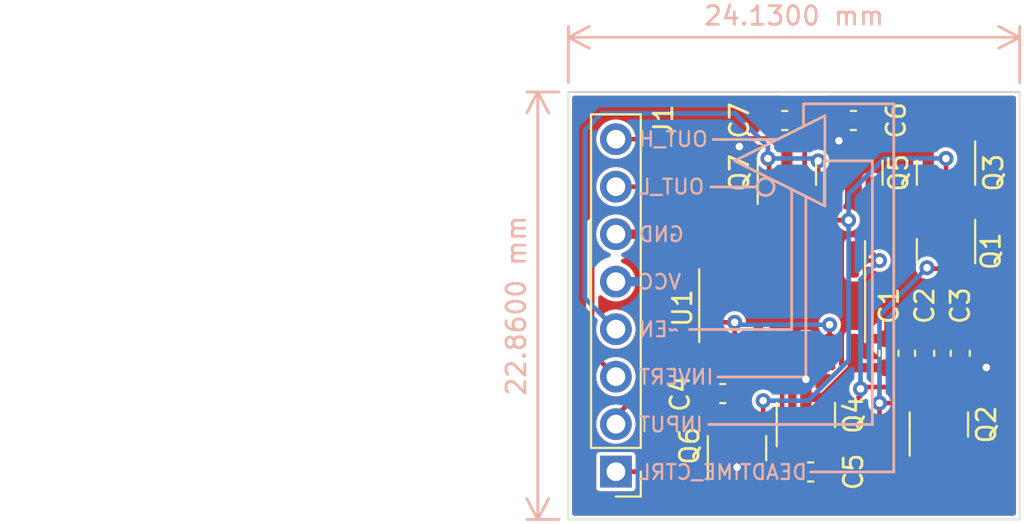
<source format=kicad_pcb>
(kicad_pcb (version 20211014) (generator pcbnew)
  (layers (0 "F.Cu" signal) (31 "B.Cu" signal) (34 "B.Paste" user) (35 "F.Paste" user) (36 "B.SilkS" user "B.Silkscreen") (37 "F.SilkS" user "F.Silkscreen") (38 "B.Mask" user) (39 "F.Mask" user) (44 "Edge.Cuts" user))
  (net 0 "")
  (net 1 "VCC")
  (net 2 "GND")
  (net 3 "/DEAD_TIME_CTRL")
  (net 4 "/INPUT")
  (net 5 "/INVERT_OUTPUT")
  (net 6 "/~{ENABLE}")
  (net 7 "/OUT_H")
  (net 8 "/OUT_L")
  (net 9 "Net-(C7-Pad2)")
  (net 10 "Net-(Q4-Pad1)")
  (net 11 "Net-(C5-Pad2)")
  (net 12 "Net-(U1-Pad8)")
  (footprint "Connector_PinHeader_2.54mm:PinHeader_1x08_P2.54mm_Vertical" (layer "F.Cu") (at 114.681 86.726 180)
    (fp_text reference "J1" (at -2.54 18.781 90) (layer "F.SilkS"))
    (fp_text value "Conn_01x08_Male")
    (fp_line (start -1.33 -1.33) (end 0 -1.33) (layer "F.SilkS") (width 0.12))
    (fp_line (start 1.33 1.27) (end 1.33 19.11) (layer "F.SilkS") (width 0.12))
    (fp_line (start -1.33 0) (end -1.33 -1.33) (layer "F.SilkS") (width 0.12))
    (fp_line (start -1.33 1.27) (end 1.33 1.27) (layer "F.SilkS") (width 0.12))
    (fp_line (start -1.33 1.27) (end -1.33 19.11) (layer "F.SilkS") (width 0.12))
    (fp_line (start -1.33 19.11) (end 1.33 19.11) (layer "F.SilkS") (width 0.12))
    (pad "1" thru_hole rect (at 0 0 180) (size 1.7 1.7) (drill 1) (layers *.Cu *.Mask) (net 3 "/DEAD_TIME_CTRL"))
    (pad "2" thru_hole oval (at 0 2.54 180) (size 1.7 1.7) (drill 1) (layers *.Cu *.Mask) (net 4 "/INPUT"))
    (pad "3" thru_hole oval (at 0 5.08 180) (size 1.7 1.7) (drill 1) (layers *.Cu *.Mask) (net 5 "/INVERT_OUTPUT"))
    (pad "4" thru_hole oval (at 0 7.62 180) (size 1.7 1.7) (drill 1) (layers *.Cu *.Mask) (net 6 "/~{ENABLE}"))
    (pad "5" thru_hole oval (at 0 10.16 180) (size 1.7 1.7) (drill 1) (layers *.Cu *.Mask) (net 1 "VCC"))
    (pad "6" thru_hole oval (at 0 12.7 180) (size 1.7 1.7) (drill 1) (layers *.Cu *.Mask) (net 2 "GND"))
    (pad "7" thru_hole oval (at 0 15.24 180) (size 1.7 1.7) (drill 1) (layers *.Cu *.Mask) (net 8 "/OUT_L"))
    (pad "8" thru_hole oval (at 0 17.78 180) (size 1.7 1.7) (drill 1) (layers *.Cu *.Mask) (net 7 "/OUT_H"))
  )
  (footprint "Capacitor_SMD:C_0603_1608Metric" (layer "F.Cu") (at 123.711 67.945)
    (fp_text reference "C7" (at -2.426 0 90) (layer "F.SilkS"))
    (fp_text value "100p")
    (fp_line (start -0.14058 -0.51) (end 0.14058 -0.51) (layer "F.SilkS") (width 0.12))
    (fp_line (start -0.14058 0.51) (end 0.14058 0.51) (layer "F.SilkS") (width 0.12))
    (pad "1" smd roundrect (at -0.775 0) (size 0.9 0.95) (layers "F.Cu" "F.Paste" "F.Mask") (net 1 "VCC"))
    (pad "2" smd roundrect (at 0.775 0) (size 0.9 0.95) (layers "F.Cu" "F.Paste" "F.Mask") (net 9 "Net-(C7-Pad2)"))
  )
  (footprint "Package_TO_SOT_SMD:SOT-23" (layer "F.Cu") (at 131.953 84.201 90)
    (fp_text reference "Q2" (at 0 2.54 90) (layer "F.SilkS"))
    (fp_text value "MMBT3904")
    (fp_line (start 0 1.56) (end -0.65 1.56) (layer "F.SilkS") (width 0.12))
    (fp_line (start 0 -1.56) (end 0.65 -1.56) (layer "F.SilkS") (width 0.12))
    (fp_line (start 0 -1.56) (end -1.675 -1.56) (layer "F.SilkS") (width 0.12))
    (fp_line (start 0 1.56) (end 0.65 1.56) (layer "F.SilkS") (width 0.12))
    (pad "1" smd roundrect (at -0.9375 -0.95 90) (size 1.475 0.6) (layers "F.Cu" "F.Paste" "F.Mask") (net 3 "/DEAD_TIME_CTRL"))
    (pad "2" smd roundrect (at -0.9375 0.95 90) (size 1.475 0.6) (layers "F.Cu" "F.Paste" "F.Mask") (net 2 "GND"))
    (pad "3" smd roundrect (at 0.9375 0 90) (size 1.475 0.6) (layers "F.Cu" "F.Paste" "F.Mask") (net 11 "Net-(C5-Pad2)"))
  )
  (footprint "Package_TO_SOT_SMD:SOT-23" (layer "F.Cu") (at 124.841 83.693 90)
    (fp_text reference "Q4" (at 0 2.54 90) (layer "F.SilkS"))
    (fp_text value "MMBT3904")
    (fp_line (start 0 -1.56) (end 0.65 -1.56) (layer "F.SilkS") (width 0.12))
    (fp_line (start 0 1.56) (end 0.65 1.56) (layer "F.SilkS") (width 0.12))
    (fp_line (start 0 1.56) (end -0.65 1.56) (layer "F.SilkS") (width 0.12))
    (fp_line (start 0 -1.56) (end -1.675 -1.56) (layer "F.SilkS") (width 0.12))
    (pad "1" smd roundrect (at -0.9375 -0.95 90) (size 1.475 0.6) (layers "F.Cu" "F.Paste" "F.Mask") (net 10 "Net-(Q4-Pad1)"))
    (pad "2" smd roundrect (at -0.9375 0.95 90) (size 1.475 0.6) (layers "F.Cu" "F.Paste" "F.Mask") (net 11 "Net-(C5-Pad2)"))
    (pad "3" smd roundrect (at 0.9375 0 90) (size 1.475 0.6) (layers "F.Cu" "F.Paste" "F.Mask") (net 1 "VCC"))
  )
  (footprint "Capacitor_SMD:C_0603_1608Metric" (layer "F.Cu") (at 129.286 80.391 90)
    (fp_text reference "C1" (at 2.54 0 90) (layer "F.SilkS"))
    (fp_text value "1n")
    (fp_line (start -0.14058 -0.51) (end 0.14058 -0.51) (layer "F.SilkS") (width 0.12))
    (fp_line (start -0.14058 0.51) (end 0.14058 0.51) (layer "F.SilkS") (width 0.12))
    (pad "1" smd roundrect (at -0.775 0 90) (size 0.9 0.95) (layers "F.Cu" "F.Paste" "F.Mask") (net 1 "VCC"))
    (pad "2" smd roundrect (at 0.775 0 90) (size 0.9 0.95) (layers "F.Cu" "F.Paste" "F.Mask") (net 2 "GND"))
  )
  (footprint "Package_TO_SOT_SMD:SOT-23" (layer "F.Cu") (at 127.381 70.739 90)
    (fp_text reference "Q5" (at 0 2.413 90) (layer "F.SilkS"))
    (fp_text value "MMBT3904")
    (fp_line (start 0 -1.56) (end -1.675 -1.56) (layer "F.SilkS") (width 0.12))
    (fp_line (start 0 1.56) (end -0.65 1.56) (layer "F.SilkS") (width 0.12))
    (fp_line (start 0 1.56) (end 0.65 1.56) (layer "F.SilkS") (width 0.12))
    (fp_line (start 0 -1.56) (end 0.65 -1.56) (layer "F.SilkS") (width 0.12))
    (pad "1" smd roundrect (at -0.9375 -0.95 90) (size 1.475 0.6) (layers "F.Cu" "F.Paste" "F.Mask") (net 6 "/~{ENABLE}"))
    (pad "2" smd roundrect (at -0.9375 0.95 90) (size 1.475 0.6) (layers "F.Cu" "F.Paste" "F.Mask") (net 11 "Net-(C5-Pad2)"))
    (pad "3" smd roundrect (at 0.9375 0 90) (size 1.475 0.6) (layers "F.Cu" "F.Paste" "F.Mask") (net 1 "VCC"))
  )
  (footprint "Package_TO_SOT_SMD:SOT-23" (layer "F.Cu") (at 121.158 85.471 90)
    (fp_text reference "Q6" (at 0.127 -2.54 90) (layer "F.SilkS"))
    (fp_text value "MMBT3904")
    (fp_line (start 0 -1.56) (end 0.65 -1.56) (layer "F.SilkS") (width 0.12))
    (fp_line (start 0 -1.56) (end -1.675 -1.56) (layer "F.SilkS") (width 0.12))
    (fp_line (start 0 1.56) (end -0.65 1.56) (layer "F.SilkS") (width 0.12))
    (fp_line (start 0 1.56) (end 0.65 1.56) (layer "F.SilkS") (width 0.12))
    (pad "1" smd roundrect (at -0.9375 -0.95 90) (size 1.475 0.6) (layers "F.Cu" "F.Paste" "F.Mask") (net 12 "Net-(U1-Pad8)"))
    (pad "2" smd roundrect (at -0.9375 0.95 90) (size 1.475 0.6) (layers "F.Cu" "F.Paste" "F.Mask") (net 9 "Net-(C7-Pad2)"))
    (pad "3" smd roundrect (at 0.9375 0 90) (size 1.475 0.6) (layers "F.Cu" "F.Paste" "F.Mask") (net 1 "VCC"))
  )
  (footprint "Capacitor_SMD:C_0603_1608Metric" (layer "F.Cu") (at 131.191 80.391 90)
    (fp_text reference "C2" (at 2.54 0 90) (layer "F.SilkS"))
    (fp_text value "10n")
    (fp_line (start -0.14058 0.51) (end 0.14058 0.51) (layer "F.SilkS") (width 0.12))
    (fp_line (start -0.14058 -0.51) (end 0.14058 -0.51) (layer "F.SilkS") (width 0.12))
    (pad "1" smd roundrect (at -0.775 0 90) (size 0.9 0.95) (layers "F.Cu" "F.Paste" "F.Mask") (net 1 "VCC"))
    (pad "2" smd roundrect (at 0.775 0 90) (size 0.9 0.95) (layers "F.Cu" "F.Paste" "F.Mask") (net 2 "GND"))
  )
  (footprint "Package_TO_SOT_SMD:SOT-23" (layer "F.Cu") (at 123.825 70.739 90)
    (fp_text reference "Q7" (at 0 -2.54 90) (layer "F.SilkS"))
    (fp_text value "MMBT3904")
    (fp_line (start 0 1.56) (end 0.65 1.56) (layer "F.SilkS") (width 0.12))
    (fp_line (start 0 1.56) (end -0.65 1.56) (layer "F.SilkS") (width 0.12))
    (fp_line (start 0 -1.56) (end -1.675 -1.56) (layer "F.SilkS") (width 0.12))
    (fp_line (start 0 -1.56) (end 0.65 -1.56) (layer "F.SilkS") (width 0.12))
    (pad "1" smd roundrect (at -0.9375 -0.95 90) (size 1.475 0.6) (layers "F.Cu" "F.Paste" "F.Mask") (net 6 "/~{ENABLE}"))
    (pad "2" smd roundrect (at -0.9375 0.95 90) (size 1.475 0.6) (layers "F.Cu" "F.Paste" "F.Mask") (net 9 "Net-(C7-Pad2)"))
    (pad "3" smd roundrect (at 0.9375 0 90) (size 1.475 0.6) (layers "F.Cu" "F.Paste" "F.Mask") (net 1 "VCC"))
  )
  (footprint "Capacitor_SMD:C_0603_1608Metric" (layer "F.Cu") (at 127.381 67.945)
    (fp_text reference "C6" (at 2.286 0 90) (layer "F.SilkS"))
    (fp_text value "10n")
    (fp_line (start -0.14058 -0.51) (end 0.14058 -0.51) (layer "F.SilkS") (width 0.12))
    (fp_line (start -0.14058 0.51) (end 0.14058 0.51) (layer "F.SilkS") (width 0.12))
    (pad "1" smd roundrect (at -0.775 0) (size 0.9 0.95) (layers "F.Cu" "F.Paste" "F.Mask") (net 1 "VCC"))
    (pad "2" smd roundrect (at 0.775 0) (size 0.9 0.95) (layers "F.Cu" "F.Paste" "F.Mask") (net 2 "GND"))
  )
  (footprint "Capacitor_SMD:C_0603_1608Metric" (layer "F.Cu") (at 120.396 82.55)
    (fp_text reference "C4" (at -2.286 0 90) (layer "F.SilkS"))
    (fp_text value "10n")
    (fp_line (start -0.14058 -0.51) (end 0.14058 -0.51) (layer "F.SilkS") (width 0.12))
    (fp_line (start -0.14058 0.51) (end 0.14058 0.51) (layer "F.SilkS") (width 0.12))
    (pad "1" smd roundrect (at -0.775 0) (size 0.9 0.95) (layers "F.Cu" "F.Paste" "F.Mask") (net 1 "VCC"))
    (pad "2" smd roundrect (at 0.775 0) (size 0.9 0.95) (layers "F.Cu" "F.Paste" "F.Mask") (net 2 "GND"))
  )
  (footprint "Package_TO_SOT_SMD:SOT-23" (layer "F.Cu") (at 132.334 74.93 -90)
    (fp_text reference "Q1" (at 0 -2.4 90) (layer "F.SilkS"))
    (fp_text value "MMBT3904")
    (fp_line (start 0 -1.56) (end 0.65 -1.56) (layer "F.SilkS") (width 0.12))
    (fp_line (start 0 1.56) (end -0.65 1.56) (layer "F.SilkS") (width 0.12))
    (fp_line (start 0 -1.56) (end -1.675 -1.56) (layer "F.SilkS") (width 0.12))
    (fp_line (start 0 1.56) (end 0.65 1.56) (layer "F.SilkS") (width 0.12))
    (pad "1" smd roundrect (at -0.9375 -0.95 270) (size 1.475 0.6) (layers "F.Cu" "F.Paste" "F.Mask") (net 3 "/DEAD_TIME_CTRL"))
    (pad "2" smd roundrect (at -0.9375 0.95 270) (size 1.475 0.6) (layers "F.Cu" "F.Paste" "F.Mask") (net 2 "GND"))
    (pad "3" smd roundrect (at 0.9375 0 270) (size 1.475 0.6) (layers "F.Cu" "F.Paste" "F.Mask") (net 3 "/DEAD_TIME_CTRL"))
  )
  (footprint "Package_SO:SOIC-14_3.9x8.7mm_P1.27mm" (layer "F.Cu") (at 123.571 77.851 -90)
    (fp_text reference "U1" (at 0.127 5.334 90) (layer "F.SilkS"))
    (fp_text value "74HC86")
    (fp_line (start 0 4.435) (end -1.95 4.435) (layer "F.SilkS") (width 0.12))
    (fp_line (start 0 -4.435) (end 1.95 -4.435) (layer "F.SilkS") (width 0.12))
    (fp_line (start 0 -4.435) (end -3.45 -4.435) (layer "F.SilkS") (width 0.12))
    (fp_line (start 0 4.435) (end 1.95 4.435) (layer "F.SilkS") (width 0.12))
    (pad "1" smd roundrect (at -2.475 -3.81 270) (size 1.95 0.6) (layers "F.Cu" "F.Paste" "F.Mask") (net 11 "Net-(C5-Pad2)"))
    (pad "2" smd roundrect (at -2.475 -2.54 270) (size 1.95 0.6) (layers "F.Cu" "F.Paste" "F.Mask") (net 5 "/INVERT_OUTPUT"))
    (pad "3" smd roundrect (at -2.475 -1.27 270) (size 1.95 0.6) (layers "F.Cu" "F.Paste" "F.Mask") (net 7 "/OUT_H"))
    (pad "4" smd roundrect (at -2.475 0 270) (size 1.95 0.6) (layers "F.Cu" "F.Paste" "F.Mask") (net 5 "/INVERT_OUTPUT"))
    (pad "5" smd roundrect (at -2.475 1.27 270) (size 1.95 0.6) (layers "F.Cu" "F.Paste" "F.Mask") (net 9 "Net-(C7-Pad2)"))
    (pad "6" smd roundrect (at -2.475 2.54 270) (size 1.95 0.6) (layers "F.Cu" "F.Paste" "F.Mask") (net 8 "/OUT_L"))
    (pad "7" smd roundrect (at -2.475 3.81 270) (size 1.95 0.6) (layers "F.Cu" "F.Paste" "F.Mask") (net 2 "GND"))
    (pad "8" smd roundrect (at 2.475 3.81 270) (size 1.95 0.6) (layers "F.Cu" "F.Paste" "F.Mask") (net 12 "Net-(U1-Pad8)"))
    (pad "9" smd roundrect (at 2.475 2.54 270) (size 1.95 0.6) (layers "F.Cu" "F.Paste" "F.Mask") (net 4 "/INPUT"))
    (pad "10" smd roundrect (at 2.475 1.27 270) (size 1.95 0.6) (layers "F.Cu" "F.Paste" "F.Mask") (net 2 "GND"))
    (pad "11" smd roundrect (at 2.475 0 270) (size 1.95 0.6) (layers "F.Cu" "F.Paste" "F.Mask") (net 10 "Net-(Q4-Pad1)"))
    (pad "12" smd roundrect (at 2.475 -1.27 270) (size 1.95 0.6) (layers "F.Cu" "F.Paste" "F.Mask") (net 1 "VCC"))
    (pad "13" smd roundrect (at 2.475 -2.54 270) (size 1.95 0.6) (layers "F.Cu" "F.Paste" "F.Mask") (net 4 "/INPUT"))
    (pad "14" smd roundrect (at 2.475 -3.81 270) (size 1.95 0.6) (layers "F.Cu" "F.Paste" "F.Mask") (net 1 "VCC"))
  )
  (footprint "Package_TO_SOT_SMD:SOT-23" (layer "F.Cu") (at 132.334 70.739 -90)
    (fp_text reference "Q3" (at 0 -2.54 90) (layer "F.SilkS"))
    (fp_text value "MMBT3904")
    (fp_line (start 0 -1.56) (end 0.65 -1.56) (layer "F.SilkS") (width 0.12))
    (fp_line (start 0 1.56) (end 0.65 1.56) (layer "F.SilkS") (width 0.12))
    (fp_line (start 0 -1.56) (end -1.675 -1.56) (layer "F.SilkS") (width 0.12))
    (fp_line (start 0 1.56) (end -0.65 1.56) (layer "F.SilkS") (width 0.12))
    (pad "1" smd roundrect (at -0.9375 -0.95 270) (size 1.475 0.6) (layers "F.Cu" "F.Paste" "F.Mask") (net 3 "/DEAD_TIME_CTRL"))
    (pad "2" smd roundrect (at -0.9375 0.95 270) (size 1.475 0.6) (layers "F.Cu" "F.Paste" "F.Mask") (net 2 "GND"))
    (pad "3" smd roundrect (at 0.9375 0 270) (size 1.475 0.6) (layers "F.Cu" "F.Paste" "F.Mask") (net 9 "Net-(C7-Pad2)"))
  )
  (footprint "Capacitor_SMD:C_0603_1608Metric" (layer "F.Cu") (at 133.096 80.391 90)
    (fp_text reference "C3" (at 2.54 0 90) (layer "F.SilkS"))
    (fp_text value "100n")
    (fp_line (start -0.14058 0.51) (end 0.14058 0.51) (layer "F.SilkS") (width 0.12))
    (fp_line (start -0.14058 -0.51) (end 0.14058 -0.51) (layer "F.SilkS") (width 0.12))
    (pad "1" smd roundrect (at -0.775 0 90) (size 0.9 0.95) (layers "F.Cu" "F.Paste" "F.Mask") (net 1 "VCC"))
    (pad "2" smd roundrect (at 0.775 0 90) (size 0.9 0.95) (layers "F.Cu" "F.Paste" "F.Mask") (net 2 "GND"))
  )
  (footprint "Capacitor_SMD:C_0603_1608Metric" (layer "F.Cu") (at 125.095 86.741)
    (fp_text reference "C5" (at 2.286 0 90) (layer "F.SilkS"))
    (fp_text value "100p")
    (fp_line (start -0.14058 -0.51) (end 0.14058 -0.51) (layer "F.SilkS") (width 0.12))
    (fp_line (start -0.14058 0.51) (end 0.14058 0.51) (layer "F.SilkS") (width 0.12))
    (pad "1" smd roundrect (at -0.775 0) (size 0.9 0.95) (layers "F.Cu" "F.Paste" "F.Mask") (net 1 "VCC"))
    (pad "2" smd roundrect (at 0.775 0) (size 0.9 0.95) (layers "F.Cu" "F.Paste" "F.Mask") (net 11 "Net-(C5-Pad2)"))
  )
  (gr_line (start 118.618 79.121) (end 124.079 79.121) (layer "B.SilkS") (width 0.15))
  (gr_line (start 124.079 79.121) (end 124.079 71.628) (layer "B.SilkS") (width 0.15))
  (gr_line (start 128.397 84.201) (end 128.397 70.104) (layer "B.SilkS") (width 0.15))
  (gr_line (start 120.142 81.661) (end 124.841 81.661) (layer "B.SilkS") (width 0.15))
  (gr_line (start 121.031 70.104) (end 125.857 67.691) (layer "B.SilkS") (width 0.15))
  (gr_line (start 124.714 68.199) (end 124.714 67.056) (layer "B.SilkS") (width 0.15))
  (gr_line (start 124.714 67.056) (end 129.54 67.056) (layer "B.SilkS") (width 0.15))
  (gr_line (start 124.841 81.661) (end 124.841 72.009) (layer "B.SilkS") (width 0.15))
  (gr_line (start 119.888 68.961) (end 123.317 68.961) (layer "B.SilkS") (width 0.15))
  (gr_line (start 119.761 71.501) (end 122.224095 71.501) (layer "B.SilkS") (width 0.15))
  (gr_circle (center 122.682 71.501) (end 123.063 71.755) (layer "B.SilkS") (width 0.15) (fill none))
  (gr_line (start 119.634 84.201) (end 128.397 84.201) (layer "B.SilkS") (width 0.15))
  (gr_line (start 125.857 72.517) (end 121.031 70.104) (layer "B.SilkS") (width 0.15))
  (gr_line (start 128.397 70.104) (end 125.857 70.104) (layer "B.SilkS") (width 0.15))
  (gr_line (start 129.54 86.741) (end 125.095 86.741) (layer "B.SilkS") (width 0.15))
  (gr_line (start 125.857 67.691) (end 125.857 72.517) (layer "B.SilkS") (width 0.15))
  (gr_line (start 129.54 67.056) (end 129.54 86.741) (layer "B.SilkS") (width 0.15))
  (gr_rect (start 112.141 66.421) (end 136.271 89.281) (layer "Edge.Cuts") (width 0.1) (fill none))
  (gr_text "OUT_H\n\nOUT_L\n\nGND\n\nVCC\n\n~EN\n\nINVERT\n\nINPUT\n\nDEADTIME_CTRL" (at 115.824 77.851) (layer "B.SilkS") (effects (font (size 0.79 0.79) (thickness 0.125)) (justify right mirror)))
  (dimension (type aligned) (layer "B.SilkS") (pts (xy 112.141 66.421) (xy 112.141 89.281)) (height 1.641) (gr_text "0.9000 in" (at 109.35 77.851 90) (layer "B.SilkS") (effects (font (size 1 1) (thickness 0.15)))) (format (units 3) (units_format 1) (precision 4)) (style (thickness 0.15) (arrow_length 1.27) (text_position_mode 0) (extension_height 0.58642) (extension_offset 0.5) keep_text_aligned))
  (dimension (type aligned) (layer "B.SilkS") (pts (xy 112.141 66.421) (xy 136.271 66.421)) (height -2.921) (gr_text "0.9500 in" (at 124.206 62.35) (layer "B.SilkS") (effects (font (size 1 1) (thickness 0.15)))) (format (units 3) (units_format 1) (precision 4)) (style (thickness 0.15) (arrow_length 1.27) (text_position_mode 0) (extension_height 0.58642) (extension_offset 0.5) keep_text_aligned))
  (segment (start 121.7145 68.9125) (end 121.285 69.342) (width 0.25) (layer "F.Cu") (net 1))
  (segment (start 124.079 66.802) (end 125.463 66.802) (width 0.25) (layer "F.Cu") (net 1))
  (segment (start 124.841 86.22) (end 124.32 86.741) (width 0.5) (layer "F.Cu") (net 1))
  (segment (start 123.46548 87.59552) (end 124.32 86.741) (width 0.5) (layer "F.Cu") (net 1))
  (segment (start 120.3475 84.5335) (end 119.621 83.807) (width 0.5) (layer "F.Cu") (net 1))
  (segment (start 127.381 80.326) (end 127.381 81.153) (width 0.5) (layer "F.Cu") (net 1))
  (segment (start 122.936 67.945) (end 124.079 66.802) (width 0.25) (layer "F.Cu") (net 1))
  (segment (start 125.463 66.802) (end 126.606 67.945) (width 0.25) (layer "F.Cu") (net 1))
  (segment (start 121.158 87.122) (end 121.63152 87.59552) (width 0.5) (layer "F.Cu") (net 1))
  (segment (start 127.381 81.166) (end 127.381 80.326) (width 0.5) (layer "F.Cu") (net 1))
  (segment (start 122.936 68.9125) (end 123.825 69.8015) (width 0.25) (layer "F.Cu") (net 1))
  (segment (start 121.158 86.487) (end 121.158 84.5335) (width 0.5) (layer "F.Cu") (net 1))
  (segment (start 124.841 82.7555) (end 124.841 86.22) (width 0.5) (layer "F.Cu") (net 1))
  (segment (start 122.936 68.9125) (end 121.7145 68.9125) (width 0.25) (layer "F.Cu") (net 1))
  (segment (start 119.621 83.807) (end 119.621 82.55) (width 0.5) (layer "F.Cu") (net 1))
  (segment (start 124.841 81.788) (end 124.841 80.326) (width 0.5) (layer "F.Cu") (net 1))
  (segment (start 121.158 86.487) (end 121.158 87.122) (width 0.5) (layer "F.Cu") (net 1))
  (segment (start 124.841 82.7555) (end 124.841 81.788) (width 0.5) (layer "F.Cu") (net 1))
  (segment (start 122.936 67.945) (end 122.936 68.9125) (width 0.25) (layer "F.Cu") (net 1))
  (segment (start 127.381 81.153) (end 125.7785 82.7555) (width 0.5) (layer "F.Cu") (net 1))
  (segment (start 129.286 81.166) (end 127.381 81.166) (width 0.5) (layer "F.Cu") (net 1))
  (segment (start 129.286 81.166) (end 133.096 81.166) (width 0.5) (layer "F.Cu") (net 1))
  (segment (start 133.096 81.166) (end 134.48 81.166) (width 0.5) (layer "F.Cu") (net 1))
  (segment (start 126.606 67.945) (end 126.606 69.0265) (width 0.25) (layer "F.Cu") (net 1))
  (segment (start 134.48 81.166) (end 134.493 81.153) (width 0.5) (layer "F.Cu") (net 1))
  (segment (start 126.606 69.0265) (end 127.381 69.8015) (width 0.25) (layer "F.Cu") (net 1))
  (segment (start 121.158 84.5335) (end 120.3475 84.5335) (width 0.5) (layer "F.Cu") (net 1))
  (segment (start 125.7785 82.7555) (end 124.841 82.7555) (width 0.5) (layer "F.Cu") (net 1))
  (segment (start 121.63152 87.59552) (end 123.46548 87.59552) (width 0.5) (layer "F.Cu") (net 1))
  (via (at 134.493 81.153) (size 0.8) (drill 0.4) (layers "F.Cu" "B.Cu") (net 1))
  (via (at 121.158 86.487) (size 0.8) (drill 0.4) (layers "F.Cu" "B.Cu") (net 1))
  (via (at 126.606 69.0265) (size 0.8) (drill 0.4) (layers "F.Cu" "B.Cu") (net 1))
  (via (at 121.285 69.342) (size 0.8) (drill 0.4) (layers "F.Cu" "B.Cu") (net 1))
  (via (at 124.841 81.788) (size 0.8) (drill 0.4) (layers "F.Cu" "B.Cu") (net 1))
  (segment (start 122.301 80.326) (end 122.301 81.42) (width 0.5) (layer "F.Cu") (net 2))
  (segment (start 122.301 80.326) (end 122.301 81.026) (width 0.25) (layer "F.Cu") (net 2))
  (segment (start 122.301 81.42) (end 121.171 82.55) (width 0.5) (layer "F.Cu") (net 2))
  (segment (start 133.2715 75.8675) (end 133.284 75.88) (width 0.25) (layer "F.Cu") (net 3))
  (segment (start 131.318 75.819) (end 131.3665 75.8675) (width 0.25) (layer "F.Cu") (net 3))
  (segment (start 132.334 75.8675) (end 133.2715 75.8675) (width 0.25) (layer "F.Cu") (net 3))
  (segment (start 128.778 83.058) (end 130.429 83.058) (width 0.25) (layer "F.Cu") (net 3))
  (segment (start 130.429 83.058) (end 131.003 83.632) (width 0.25) (layer "F.Cu") (net 3))
  (segment (start 128.778 83.058) (end 128.778 85.471) (width 0.25) (layer "F.Cu") (net 3))
  (segment (start 128.778 85.471) (end 125.857 88.392) (width 0.25) (layer "F.Cu") (net 3))
  (segment (start 131.3665 75.8675) (end 132.334 75.8675) (width 0.25) (layer "F.Cu") (net 3))
  (segment (start 125.857 88.392) (end 118.237 88.392) (width 0.25) (layer "F.Cu") (net 3))
  (segment (start 131.003 83.632) (end 131.003 85.1385) (width 0.25) (layer "F.Cu") (net 3))
  (segment (start 116.571 86.726) (end 114.681 86.726) (width 0.25) (layer "F.Cu") (net 3))
  (segment (start 118.237 88.392) (end 116.571 86.726) (width 0.25) (layer "F.Cu") (net 3))
  (segment (start 133.284 69.8015) (end 133.284 75.88) (width 0.25) (layer "F.Cu") (net 3))
  (via (at 128.778 83.058) (size 0.8) (drill 0.4) (layers "F.Cu" "B.Cu") (net 3))
  (via (at 131.318 75.819) (size 0.8) (drill 0.4) (layers "F.Cu" "B.Cu") (net 3))
  (segment (start 131.318 75.819) (end 128.778 78.359) (width 0.25) (layer "B.Cu") (net 3))
  (segment (start 128.778 78.359) (end 128.778 83.058) (width 0.25) (layer "B.Cu") (net 3))
  (segment (start 126.111 78.867) (end 126.111 80.326) (width 0.25) (layer "F.Cu") (net 4))
  (segment (start 121.031 80.326) (end 121.031 78.74) (width 0.25) (layer "F.Cu") (net 4))
  (segment (start 119.700928 78.74) (end 114.681 83.759928) (width 0.25) (layer "F.Cu") (net 4))
  (segment (start 114.681 83.759928) (end 114.681 84.186) (width 0.25) (layer "F.Cu") (net 4))
  (segment (start 121.031 78.74) (end 119.700928 78.74) (width 0.25) (layer "F.Cu") (net 4))
  (via (at 126.111 78.867) (size 0.8) (drill 0.4) (layers "F.Cu" "B.Cu") (net 4))
  (via (at 121.031 78.74) (size 0.8) (drill 0.4) (layers "F.Cu" "B.Cu") (net 4))
  (segment (start 126.111 78.867) (end 121.158 78.867) (width 0.25) (layer "B.Cu") (net 4))
  (segment (start 121.158 78.867) (end 121.031 78.74) (width 0.25) (layer "B.Cu") (net 4))
  (segment (start 126.111 75.376) (end 126.111 74.295) (width 0.25) (layer "F.Cu") (net 5))
  (segment (start 120.38552 76.376592) (end 120.38552 73.01452) (width 0.25) (layer "F.Cu") (net 5))
  (segment (start 126.111 74.295) (end 125.73 73.914) (width 0.25) (layer "F.Cu") (net 5))
  (segment (start 125.73 73.914) (end 123.952 73.914) (width 0.25) (layer "F.Cu") (net 5))
  (segment (start 124.647072 77.216) (end 121.224928 77.216) (width 0.25) (layer "F.Cu") (net 5))
  (segment (start 126.111 75.752072) (end 124.647072 77.216) (width 0.25) (layer "F.Cu") (net 5))
  (segment (start 120.38552 73.01452) (end 120.142 72.771) (width 0.25) (layer "F.Cu") (net 5))
  (segment (start 121.224928 77.216) (end 120.38552 76.376592) (width 0.25) (layer "F.Cu") (net 5))
  (segment (start 123.571 74.295) (end 123.571 75.376) (width 0.25) (layer "F.Cu") (net 5))
  (segment (start 123.952 73.914) (end 123.571 74.295) (width 0.25) (layer "F.Cu") (net 5))
  (segment (start 113.411 73.533) (end 113.411 80.376) (width 0.25) (layer "F.Cu") (net 5))
  (segment (start 126.111 75.376) (end 126.111 75.752072) (width 0.25) (layer "F.Cu") (net 5))
  (segment (start 113.411 80.376) (end 114.681 81.646) (width 0.25) (layer "F.Cu") (net 5))
  (segment (start 120.142 72.771) (end 114.173 72.771) (width 0.25) (layer "F.Cu") (net 5))
  (segment (start 114.173 72.771) (end 113.411 73.533) (width 0.25) (layer "F.Cu") (net 5))
  (segment (start 122.875 71.6765) (end 122.875 70.043) (width 0.25) (layer "F.Cu") (net 6))
  (segment (start 125.4995 70.745) (end 126.431 71.6765) (width 0.25) (layer "F.Cu") (net 6))
  (segment (start 125.4995 70.104) (end 125.4995 70.745) (width 0.25) (layer "F.Cu") (net 6))
  (segment (start 122.875 70.043) (end 122.809 69.977) (width 0.25) (layer "F.Cu") (net 6))
  (via (at 125.4995 70.104) (size 0.8) (drill 0.4) (layers "F.Cu" "B.Cu") (net 6))
  (via (at 122.809 69.977) (size 0.8) (drill 0.4) (layers "F.Cu" "B.Cu") (net 6))
  (segment (start 122.809 69.977) (end 122.809 69.342) (width 0.25) (layer "B.Cu") (net 6))
  (segment (start 113.03 68.453) (end 113.03 77.455) (width 0.25) (layer "B.Cu") (net 6))
  (segment (start 121.031 67.564) (end 113.919 67.564) (width 0.25) (layer "B.Cu") (net 6))
  (segment (start 125.3725 69.977) (end 122.809 69.977) (width 0.25) (layer "B.Cu") (net 6))
  (segment (start 125.4995 70.104) (end 125.3725 69.977) (width 0.25) (layer "B.Cu") (net 6))
  (segment (start 113.03 77.455) (end 114.681 79.106) (width 0.25) (layer "B.Cu") (net 6))
  (segment (start 122.809 69.342) (end 121.031 67.564) (width 0.25) (layer "B.Cu") (net 6))
  (segment (start 113.919 67.564) (end 113.03 68.453) (width 0.25) (layer "B.Cu") (net 6))
  (segment (start 121.65552 76.376592) (end 121.65552 72.63352) (width 0.25) (layer "F.Cu") (net 7))
  (segment (start 121.986928 76.708) (end 121.65552 76.376592) (width 0.25) (layer "F.Cu") (net 7))
  (segment (start 117.968 68.946) (end 114.681 68.946) (width 0.25) (layer "F.Cu") (net 7))
  (segment (start 124.841 76.103036) (end 124.236036 76.708) (width 0.25) (layer "F.Cu") (net 7))
  (segment (start 121.65552 72.63352) (end 117.968 68.946) (width 0.25) (layer "F.Cu") (net 7))
  (segment (start 124.841 75.376) (end 124.841 76.103036) (width 0.25) (layer "F.Cu") (net 7))
  (segment (start 124.236036 76.708) (end 121.986928 76.708) (width 0.25) (layer "F.Cu") (net 7))
  (segment (start 121.031 72.898) (end 121.031 75.376) (width 0.25) (layer "F.Cu") (net 8))
  (segment (start 119.619 71.486) (end 121.031 72.898) (width 0.25) (layer "F.Cu") (net 8))
  (segment (start 114.681 71.486) (end 119.619 71.486) (width 0.25) (layer "F.Cu") (net 8))
  (segment (start 127.127 73.279) (end 124.841 73.279) (width 0.25) (layer "F.Cu") (net 9))
  (segment (start 122.555 85.9615) (end 122.108 86.4085) (width 0.25) (layer "F.Cu") (net 9))
  (segment (start 127.127 73.279) (end 123.951283 73.279) (width 0.25) (layer "F.Cu") (net 9))
  (segment (start 124.775 73.213) (end 124.775 71.6765) (width 0.25) (layer "F.Cu") (net 9))
  (segment (start 124.841 73.279) (end 124.775 73.213) (width 0.25) (layer "F.Cu") (net 9))
  (segment (start 124.775 68.234) (end 124.486 67.945) (width 0.25) (layer "F.Cu") (net 9))
  (segment (start 122.555 82.931) (end 122.555 85.9615) (width 0.25) (layer "F.Cu") (net 9))
  (segment (start 122.301 74.929283) (end 122.301 75.376) (width 0.25) (layer "F.Cu") (net 9))
  (segment (start 132.334 71.6765) (end 132.334 69.977) (width 0.25) (layer "F.Cu") (net 9))
  (segment (start 123.951283 73.279) (end 122.301 74.929283) (width 0.25) (layer "F.Cu") (net 9))
  (segment (start 124.775 71.6765) (end 124.775 68.234) (width 0.25) (layer "F.Cu") (net 9))
  (via (at 122.555 82.931) (size 0.8) (drill 0.4) (layers "F.Cu" "B.Cu") (net 9))
  (via (at 127.127 73.279) (size 0.8) (drill 0.4) (layers "F.Cu" "B.Cu") (net 9))
  (via (at 132.334 69.977) (size 0.8) (drill 0.4) (layers "F.Cu" "B.Cu") (net 9))
  (segment (start 124.968 82.931) (end 127.127 80.772) (width 0.25) (layer "B.Cu") (net 9))
  (segment (start 122.555 82.931) (end 124.968 82.931) (width 0.25) (layer "B.Cu") (net 9))
  (segment (start 129.032 69.977) (end 132.334 69.977) (width 0.25) (layer "B.Cu") (net 9))
  (segment (start 127.127 73.279) (end 127.127 71.882) (width 0.25) (layer "B.Cu") (net 9))
  (segment (start 127.127 80.772) (end 127.127 73.279) (width 0.25) (layer "B.Cu") (net 9))
  (segment (start 127.127 71.882) (end 129.032 69.977) (width 0.25) (layer "B.Cu") (net 9))
  (segment (start 123.571 84.3105) (end 123.891 84.6305) (width 0.25) (layer "F.Cu") (net 10))
  (segment (start 123.571 80.326) (end 123.571 84.3105) (width 0.25) (layer "F.Cu") (net 10))
  (segment (start 128.778 75.438) (end 128.331 74.991) (width 0.25) (layer "F.Cu") (net 11))
  (segment (start 127.762 82.6595) (end 125.791 84.6305) (width 0.25) (layer "F.Cu") (net 11))
  (segment (start 130.89098 82.20148) (end 131.953 83.2635) (width 0.25) (layer "F.Cu") (net 11))
  (segment (start 128.331 74.991) (end 128.331 71.6765) (width 0.25) (layer "F.Cu") (net 11))
  (segment (start 125.791 84.6305) (end 125.791 86.662) (width 0.25) (layer "F.Cu") (net 11))
  (segment (start 127.85652 82.20148) (end 130.89098 82.20148) (width 0.25) (layer "F.Cu") (net 11))
  (segment (start 127.762 82.296) (end 127.762 82.6595) (width 0.25) (layer "F.Cu") (net 11))
  (segment (start 127.762 82.296) (end 127.85652 82.20148) (width 0.25) (layer "F.Cu") (net 11))
  (segment (start 127.443 75.438) (end 127.381 75.376) (width 0.25) (layer "F.Cu") (net 11))
  (segment (start 125.791 86.662) (end 125.87 86.741) (width 0.25) (layer "F.Cu") (net 11))
  (segment (start 128.778 75.438) (end 127.443 75.438) (width 0.25) (layer "F.Cu") (net 11))
  (via (at 127.762 82.296) (size 0.8) (drill 0.4) (layers "F.Cu" "B.Cu") (net 11))
  (via (at 128.778 75.438) (size 0.8) (drill 0.4) (layers "F.Cu" "B.Cu") (net 11))
  (segment (start 128.778 75.438) (end 127.762 76.454) (width 0.25) (layer "B.Cu") (net 11))
  (segment (start 127.762 76.454) (end 127.762 82.296) (width 0.25) (layer "B.Cu") (net 11))
  (segment (start 119.761 80.326) (end 119.761 80.518) (width 0.25) (layer "F.Cu") (net 12))
  (segment (start 118.237 82.042) (end 118.237 84.4375) (width 0.25) (layer "F.Cu") (net 12))
  (segment (start 119.761 80.518) (end 118.237 82.042) (width 0.25) (layer "F.Cu") (net 12))
  (segment (start 118.237 84.4375) (end 120.208 86.4085) (width 0.25) (layer "F.Cu") (net 12))
  (zone (net 2) (net_name "GND") (layer "F.Cu") (connect_pads (clearance 0.2)) (min_thickness 0.254) (fill yes (thermal_gap 0.508) (thermal_bridge_width 0.508))
    (polygon (pts (xy 112.014 89.408) (xy 112.014 66.294) (xy 136.398 66.294) (xy 136.398 89.408)))
  )
  (zone (net 1) (net_name "VCC") (layer "B.Cu") (connect_pads (clearance 0.2)) (min_thickness 0.254) (fill yes (thermal_gap 0.508) (thermal_bridge_width 0.508))
    (polygon (pts (xy 111.887 89.535) (xy 111.887 66.167) (xy 136.525 66.167) (xy 136.525 89.535)))
  )
)
</source>
